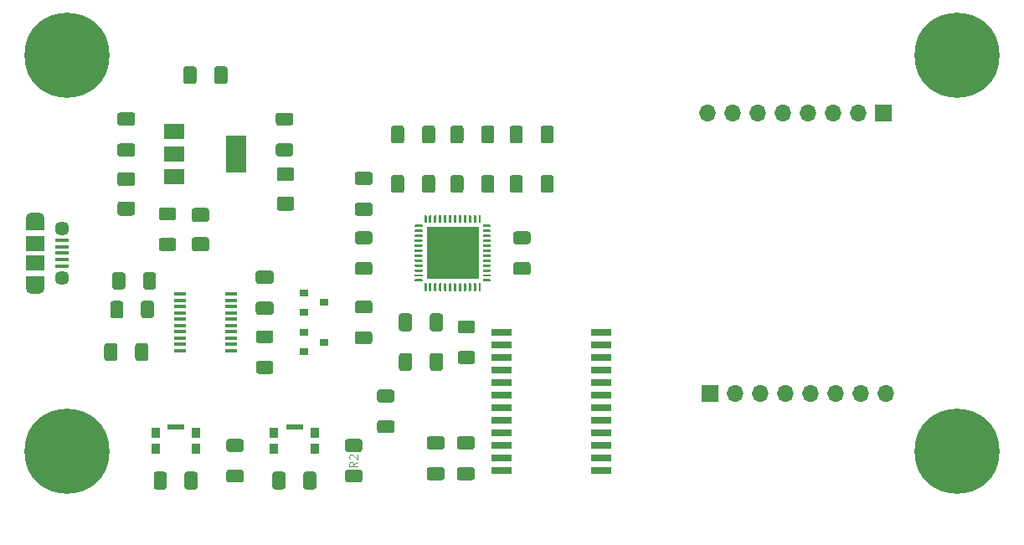
<source format=gbr>
%TF.GenerationSoftware,KiCad,Pcbnew,(5.1.9)-1*%
%TF.CreationDate,2021-03-29T12:12:37-04:00*%
%TF.ProjectId,EEG,4545472e-6b69-4636-9164-5f7063625858,rev?*%
%TF.SameCoordinates,Original*%
%TF.FileFunction,Soldermask,Top*%
%TF.FilePolarity,Negative*%
%FSLAX46Y46*%
G04 Gerber Fmt 4.6, Leading zero omitted, Abs format (unit mm)*
G04 Created by KiCad (PCBNEW (5.1.9)-1) date 2021-03-29 12:12:37*
%MOMM*%
%LPD*%
G01*
G04 APERTURE LIST*
%ADD10C,0.120000*%
%ADD11C,0.900000*%
%ADD12C,8.600000*%
%ADD13R,1.900000X1.500000*%
%ADD14C,1.450000*%
%ADD15R,1.350000X0.400000*%
%ADD16O,1.900000X1.200000*%
%ADD17R,1.900000X1.200000*%
%ADD18R,1.700000X1.700000*%
%ADD19O,1.700000X1.700000*%
%ADD20R,0.900000X0.800000*%
%ADD21R,1.700000X0.550000*%
%ADD22R,0.900000X1.000000*%
%ADD23R,2.000000X3.800000*%
%ADD24R,2.000000X1.500000*%
%ADD25R,1.200000X0.400000*%
%ADD26R,5.300000X5.300000*%
%ADD27R,2.032000X0.660400*%
G04 APERTURE END LIST*
%TO.C,R2*%
D10*
X137361904Y-111133333D02*
X136980952Y-111400000D01*
X137361904Y-111590476D02*
X136561904Y-111590476D01*
X136561904Y-111285714D01*
X136600000Y-111209523D01*
X136638095Y-111171428D01*
X136714285Y-111133333D01*
X136828571Y-111133333D01*
X136904761Y-111171428D01*
X136942857Y-111209523D01*
X136980952Y-111285714D01*
X136980952Y-111590476D01*
X136638095Y-110828571D02*
X136600000Y-110790476D01*
X136561904Y-110714285D01*
X136561904Y-110523809D01*
X136600000Y-110447619D01*
X136638095Y-110409523D01*
X136714285Y-110371428D01*
X136790476Y-110371428D01*
X136904761Y-110409523D01*
X137361904Y-110866666D01*
X137361904Y-110371428D01*
%TD*%
D11*
%TO.C,H1*%
X110280419Y-67719581D03*
X108000000Y-66775000D03*
X105719581Y-67719581D03*
X104775000Y-70000000D03*
X105719581Y-72280419D03*
X108000000Y-73225000D03*
X110280419Y-72280419D03*
X111225000Y-70000000D03*
D12*
X108000000Y-70000000D03*
%TD*%
D13*
%TO.C,J1*%
X104762500Y-91000000D03*
D14*
X107462500Y-87500000D03*
D15*
X107462500Y-89350000D03*
X107462500Y-88700000D03*
X107462500Y-91300000D03*
X107462500Y-90650000D03*
X107462500Y-90000000D03*
D14*
X107462500Y-92500000D03*
D13*
X104762500Y-89000000D03*
D16*
X104762500Y-86500000D03*
X104762500Y-93500000D03*
D17*
X104762500Y-92900000D03*
X104762500Y-87100000D03*
%TD*%
D11*
%TO.C,H4*%
X110280419Y-107719581D03*
X108000000Y-106775000D03*
X105719581Y-107719581D03*
X104775000Y-110000000D03*
X105719581Y-112280419D03*
X108000000Y-113225000D03*
X110280419Y-112280419D03*
X111225000Y-110000000D03*
D12*
X108000000Y-110000000D03*
%TD*%
D11*
%TO.C,H3*%
X200280419Y-67719581D03*
X198000000Y-66775000D03*
X195719581Y-67719581D03*
X194775000Y-70000000D03*
X195719581Y-72280419D03*
X198000000Y-73225000D03*
X200280419Y-72280419D03*
X201225000Y-70000000D03*
D12*
X198000000Y-70000000D03*
%TD*%
D11*
%TO.C,H2*%
X200280419Y-107719581D03*
X198000000Y-106775000D03*
X195719581Y-107719581D03*
X194775000Y-110000000D03*
X195719581Y-112280419D03*
X198000000Y-113225000D03*
X200280419Y-112280419D03*
X201225000Y-110000000D03*
D12*
X198000000Y-110000000D03*
%TD*%
%TO.C,C4*%
G36*
G01*
X116775000Y-113650001D02*
X116775000Y-112349999D01*
G75*
G02*
X117024999Y-112100000I249999J0D01*
G01*
X117850001Y-112100000D01*
G75*
G02*
X118100000Y-112349999I0J-249999D01*
G01*
X118100000Y-113650001D01*
G75*
G02*
X117850001Y-113900000I-249999J0D01*
G01*
X117024999Y-113900000D01*
G75*
G02*
X116775000Y-113650001I0J249999D01*
G01*
G37*
G36*
G01*
X119900000Y-113650001D02*
X119900000Y-112349999D01*
G75*
G02*
X120149999Y-112100000I249999J0D01*
G01*
X120975001Y-112100000D01*
G75*
G02*
X121225000Y-112349999I0J-249999D01*
G01*
X121225000Y-113650001D01*
G75*
G02*
X120975001Y-113900000I-249999J0D01*
G01*
X120149999Y-113900000D01*
G75*
G02*
X119900000Y-113650001I0J249999D01*
G01*
G37*
%TD*%
%TO.C,C7*%
G36*
G01*
X138650001Y-86225000D02*
X137349999Y-86225000D01*
G75*
G02*
X137100000Y-85975001I0J249999D01*
G01*
X137100000Y-85149999D01*
G75*
G02*
X137349999Y-84900000I249999J0D01*
G01*
X138650001Y-84900000D01*
G75*
G02*
X138900000Y-85149999I0J-249999D01*
G01*
X138900000Y-85975001D01*
G75*
G02*
X138650001Y-86225000I-249999J0D01*
G01*
G37*
G36*
G01*
X138650001Y-83100000D02*
X137349999Y-83100000D01*
G75*
G02*
X137100000Y-82850001I0J249999D01*
G01*
X137100000Y-82024999D01*
G75*
G02*
X137349999Y-81775000I249999J0D01*
G01*
X138650001Y-81775000D01*
G75*
G02*
X138900000Y-82024999I0J-249999D01*
G01*
X138900000Y-82850001D01*
G75*
G02*
X138650001Y-83100000I-249999J0D01*
G01*
G37*
%TD*%
%TO.C,C2*%
G36*
G01*
X114650001Y-77100000D02*
X113349999Y-77100000D01*
G75*
G02*
X113100000Y-76850001I0J249999D01*
G01*
X113100000Y-76024999D01*
G75*
G02*
X113349999Y-75775000I249999J0D01*
G01*
X114650001Y-75775000D01*
G75*
G02*
X114900000Y-76024999I0J-249999D01*
G01*
X114900000Y-76850001D01*
G75*
G02*
X114650001Y-77100000I-249999J0D01*
G01*
G37*
G36*
G01*
X114650001Y-80225000D02*
X113349999Y-80225000D01*
G75*
G02*
X113100000Y-79975001I0J249999D01*
G01*
X113100000Y-79149999D01*
G75*
G02*
X113349999Y-78900000I249999J0D01*
G01*
X114650001Y-78900000D01*
G75*
G02*
X114900000Y-79149999I0J-249999D01*
G01*
X114900000Y-79975001D01*
G75*
G02*
X114650001Y-80225000I-249999J0D01*
G01*
G37*
%TD*%
%TO.C,C3*%
G36*
G01*
X121100000Y-71349999D02*
X121100000Y-72650001D01*
G75*
G02*
X120850001Y-72900000I-249999J0D01*
G01*
X120024999Y-72900000D01*
G75*
G02*
X119775000Y-72650001I0J249999D01*
G01*
X119775000Y-71349999D01*
G75*
G02*
X120024999Y-71100000I249999J0D01*
G01*
X120850001Y-71100000D01*
G75*
G02*
X121100000Y-71349999I0J-249999D01*
G01*
G37*
G36*
G01*
X124225000Y-71349999D02*
X124225000Y-72650001D01*
G75*
G02*
X123975001Y-72900000I-249999J0D01*
G01*
X123149999Y-72900000D01*
G75*
G02*
X122900000Y-72650001I0J249999D01*
G01*
X122900000Y-71349999D01*
G75*
G02*
X123149999Y-71100000I249999J0D01*
G01*
X123975001Y-71100000D01*
G75*
G02*
X124225000Y-71349999I0J-249999D01*
G01*
G37*
%TD*%
%TO.C,C1*%
G36*
G01*
X114900000Y-100650001D02*
X114900000Y-99349999D01*
G75*
G02*
X115149999Y-99100000I249999J0D01*
G01*
X115975001Y-99100000D01*
G75*
G02*
X116225000Y-99349999I0J-249999D01*
G01*
X116225000Y-100650001D01*
G75*
G02*
X115975001Y-100900000I-249999J0D01*
G01*
X115149999Y-100900000D01*
G75*
G02*
X114900000Y-100650001I0J249999D01*
G01*
G37*
G36*
G01*
X111775000Y-100650001D02*
X111775000Y-99349999D01*
G75*
G02*
X112024999Y-99100000I249999J0D01*
G01*
X112850001Y-99100000D01*
G75*
G02*
X113100000Y-99349999I0J-249999D01*
G01*
X113100000Y-100650001D01*
G75*
G02*
X112850001Y-100900000I-249999J0D01*
G01*
X112024999Y-100900000D01*
G75*
G02*
X111775000Y-100650001I0J249999D01*
G01*
G37*
%TD*%
%TO.C,C5*%
G36*
G01*
X128775000Y-113650001D02*
X128775000Y-112349999D01*
G75*
G02*
X129024999Y-112100000I249999J0D01*
G01*
X129850001Y-112100000D01*
G75*
G02*
X130100000Y-112349999I0J-249999D01*
G01*
X130100000Y-113650001D01*
G75*
G02*
X129850001Y-113900000I-249999J0D01*
G01*
X129024999Y-113900000D01*
G75*
G02*
X128775000Y-113650001I0J249999D01*
G01*
G37*
G36*
G01*
X131900000Y-113650001D02*
X131900000Y-112349999D01*
G75*
G02*
X132149999Y-112100000I249999J0D01*
G01*
X132975001Y-112100000D01*
G75*
G02*
X133225000Y-112349999I0J-249999D01*
G01*
X133225000Y-113650001D01*
G75*
G02*
X132975001Y-113900000I-249999J0D01*
G01*
X132149999Y-113900000D01*
G75*
G02*
X131900000Y-113650001I0J249999D01*
G01*
G37*
%TD*%
%TO.C,C6*%
G36*
G01*
X128650001Y-93100000D02*
X127349999Y-93100000D01*
G75*
G02*
X127100000Y-92850001I0J249999D01*
G01*
X127100000Y-92024999D01*
G75*
G02*
X127349999Y-91775000I249999J0D01*
G01*
X128650001Y-91775000D01*
G75*
G02*
X128900000Y-92024999I0J-249999D01*
G01*
X128900000Y-92850001D01*
G75*
G02*
X128650001Y-93100000I-249999J0D01*
G01*
G37*
G36*
G01*
X128650001Y-96225000D02*
X127349999Y-96225000D01*
G75*
G02*
X127100000Y-95975001I0J249999D01*
G01*
X127100000Y-95149999D01*
G75*
G02*
X127349999Y-94900000I249999J0D01*
G01*
X128650001Y-94900000D01*
G75*
G02*
X128900000Y-95149999I0J-249999D01*
G01*
X128900000Y-95975001D01*
G75*
G02*
X128650001Y-96225000I-249999J0D01*
G01*
G37*
%TD*%
%TO.C,C9*%
G36*
G01*
X147685999Y-111644000D02*
X148986001Y-111644000D01*
G75*
G02*
X149236000Y-111893999I0J-249999D01*
G01*
X149236000Y-112719001D01*
G75*
G02*
X148986001Y-112969000I-249999J0D01*
G01*
X147685999Y-112969000D01*
G75*
G02*
X147436000Y-112719001I0J249999D01*
G01*
X147436000Y-111893999D01*
G75*
G02*
X147685999Y-111644000I249999J0D01*
G01*
G37*
G36*
G01*
X147685999Y-108519000D02*
X148986001Y-108519000D01*
G75*
G02*
X149236000Y-108768999I0J-249999D01*
G01*
X149236000Y-109594001D01*
G75*
G02*
X148986001Y-109844000I-249999J0D01*
G01*
X147685999Y-109844000D01*
G75*
G02*
X147436000Y-109594001I0J249999D01*
G01*
X147436000Y-108768999D01*
G75*
G02*
X147685999Y-108519000I249999J0D01*
G01*
G37*
%TD*%
%TO.C,C11*%
G36*
G01*
X146025000Y-96349999D02*
X146025000Y-97650001D01*
G75*
G02*
X145775001Y-97900000I-249999J0D01*
G01*
X144949999Y-97900000D01*
G75*
G02*
X144700000Y-97650001I0J249999D01*
G01*
X144700000Y-96349999D01*
G75*
G02*
X144949999Y-96100000I249999J0D01*
G01*
X145775001Y-96100000D01*
G75*
G02*
X146025000Y-96349999I0J-249999D01*
G01*
G37*
G36*
G01*
X142900000Y-96349999D02*
X142900000Y-97650001D01*
G75*
G02*
X142650001Y-97900000I-249999J0D01*
G01*
X141824999Y-97900000D01*
G75*
G02*
X141575000Y-97650001I0J249999D01*
G01*
X141575000Y-96349999D01*
G75*
G02*
X141824999Y-96100000I249999J0D01*
G01*
X142650001Y-96100000D01*
G75*
G02*
X142900000Y-96349999I0J-249999D01*
G01*
G37*
%TD*%
%TO.C,C14*%
G36*
G01*
X152775000Y-78650001D02*
X152775000Y-77349999D01*
G75*
G02*
X153024999Y-77100000I249999J0D01*
G01*
X153850001Y-77100000D01*
G75*
G02*
X154100000Y-77349999I0J-249999D01*
G01*
X154100000Y-78650001D01*
G75*
G02*
X153850001Y-78900000I-249999J0D01*
G01*
X153024999Y-78900000D01*
G75*
G02*
X152775000Y-78650001I0J249999D01*
G01*
G37*
G36*
G01*
X155900000Y-78650001D02*
X155900000Y-77349999D01*
G75*
G02*
X156149999Y-77100000I249999J0D01*
G01*
X156975001Y-77100000D01*
G75*
G02*
X157225000Y-77349999I0J-249999D01*
G01*
X157225000Y-78650001D01*
G75*
G02*
X156975001Y-78900000I-249999J0D01*
G01*
X156149999Y-78900000D01*
G75*
G02*
X155900000Y-78650001I0J249999D01*
G01*
G37*
%TD*%
%TO.C,C15*%
G36*
G01*
X149900000Y-78650001D02*
X149900000Y-77349999D01*
G75*
G02*
X150149999Y-77100000I249999J0D01*
G01*
X150975001Y-77100000D01*
G75*
G02*
X151225000Y-77349999I0J-249999D01*
G01*
X151225000Y-78650001D01*
G75*
G02*
X150975001Y-78900000I-249999J0D01*
G01*
X150149999Y-78900000D01*
G75*
G02*
X149900000Y-78650001I0J249999D01*
G01*
G37*
G36*
G01*
X146775000Y-78650001D02*
X146775000Y-77349999D01*
G75*
G02*
X147024999Y-77100000I249999J0D01*
G01*
X147850001Y-77100000D01*
G75*
G02*
X148100000Y-77349999I0J-249999D01*
G01*
X148100000Y-78650001D01*
G75*
G02*
X147850001Y-78900000I-249999J0D01*
G01*
X147024999Y-78900000D01*
G75*
G02*
X146775000Y-78650001I0J249999D01*
G01*
G37*
%TD*%
%TO.C,C16*%
G36*
G01*
X140775000Y-78650001D02*
X140775000Y-77349999D01*
G75*
G02*
X141024999Y-77100000I249999J0D01*
G01*
X141850001Y-77100000D01*
G75*
G02*
X142100000Y-77349999I0J-249999D01*
G01*
X142100000Y-78650001D01*
G75*
G02*
X141850001Y-78900000I-249999J0D01*
G01*
X141024999Y-78900000D01*
G75*
G02*
X140775000Y-78650001I0J249999D01*
G01*
G37*
G36*
G01*
X143900000Y-78650001D02*
X143900000Y-77349999D01*
G75*
G02*
X144149999Y-77100000I249999J0D01*
G01*
X144975001Y-77100000D01*
G75*
G02*
X145225000Y-77349999I0J-249999D01*
G01*
X145225000Y-78650001D01*
G75*
G02*
X144975001Y-78900000I-249999J0D01*
G01*
X144149999Y-78900000D01*
G75*
G02*
X143900000Y-78650001I0J249999D01*
G01*
G37*
%TD*%
%TO.C,C13*%
G36*
G01*
X146775000Y-83650001D02*
X146775000Y-82349999D01*
G75*
G02*
X147024999Y-82100000I249999J0D01*
G01*
X147850001Y-82100000D01*
G75*
G02*
X148100000Y-82349999I0J-249999D01*
G01*
X148100000Y-83650001D01*
G75*
G02*
X147850001Y-83900000I-249999J0D01*
G01*
X147024999Y-83900000D01*
G75*
G02*
X146775000Y-83650001I0J249999D01*
G01*
G37*
G36*
G01*
X149900000Y-83650001D02*
X149900000Y-82349999D01*
G75*
G02*
X150149999Y-82100000I249999J0D01*
G01*
X150975001Y-82100000D01*
G75*
G02*
X151225000Y-82349999I0J-249999D01*
G01*
X151225000Y-83650001D01*
G75*
G02*
X150975001Y-83900000I-249999J0D01*
G01*
X150149999Y-83900000D01*
G75*
G02*
X149900000Y-83650001I0J249999D01*
G01*
G37*
%TD*%
%TO.C,C17*%
G36*
G01*
X142900000Y-100349999D02*
X142900000Y-101650001D01*
G75*
G02*
X142650001Y-101900000I-249999J0D01*
G01*
X141824999Y-101900000D01*
G75*
G02*
X141575000Y-101650001I0J249999D01*
G01*
X141575000Y-100349999D01*
G75*
G02*
X141824999Y-100100000I249999J0D01*
G01*
X142650001Y-100100000D01*
G75*
G02*
X142900000Y-100349999I0J-249999D01*
G01*
G37*
G36*
G01*
X146025000Y-100349999D02*
X146025000Y-101650001D01*
G75*
G02*
X145775001Y-101900000I-249999J0D01*
G01*
X144949999Y-101900000D01*
G75*
G02*
X144700000Y-101650001I0J249999D01*
G01*
X144700000Y-100349999D01*
G75*
G02*
X144949999Y-100100000I249999J0D01*
G01*
X145775001Y-100100000D01*
G75*
G02*
X146025000Y-100349999I0J-249999D01*
G01*
G37*
%TD*%
%TO.C,C12*%
G36*
G01*
X155900000Y-83650001D02*
X155900000Y-82349999D01*
G75*
G02*
X156149999Y-82100000I249999J0D01*
G01*
X156975001Y-82100000D01*
G75*
G02*
X157225000Y-82349999I0J-249999D01*
G01*
X157225000Y-83650001D01*
G75*
G02*
X156975001Y-83900000I-249999J0D01*
G01*
X156149999Y-83900000D01*
G75*
G02*
X155900000Y-83650001I0J249999D01*
G01*
G37*
G36*
G01*
X152775000Y-83650001D02*
X152775000Y-82349999D01*
G75*
G02*
X153024999Y-82100000I249999J0D01*
G01*
X153850001Y-82100000D01*
G75*
G02*
X154100000Y-82349999I0J-249999D01*
G01*
X154100000Y-83650001D01*
G75*
G02*
X153850001Y-83900000I-249999J0D01*
G01*
X153024999Y-83900000D01*
G75*
G02*
X152775000Y-83650001I0J249999D01*
G01*
G37*
%TD*%
%TO.C,D1*%
G36*
G01*
X113375000Y-81800000D02*
X114625000Y-81800000D01*
G75*
G02*
X114875000Y-82050000I0J-250000D01*
G01*
X114875000Y-82975000D01*
G75*
G02*
X114625000Y-83225000I-250000J0D01*
G01*
X113375000Y-83225000D01*
G75*
G02*
X113125000Y-82975000I0J250000D01*
G01*
X113125000Y-82050000D01*
G75*
G02*
X113375000Y-81800000I250000J0D01*
G01*
G37*
G36*
G01*
X113375000Y-84775000D02*
X114625000Y-84775000D01*
G75*
G02*
X114875000Y-85025000I0J-250000D01*
G01*
X114875000Y-85950000D01*
G75*
G02*
X114625000Y-86200000I-250000J0D01*
G01*
X113375000Y-86200000D01*
G75*
G02*
X113125000Y-85950000I0J250000D01*
G01*
X113125000Y-85025000D01*
G75*
G02*
X113375000Y-84775000I250000J0D01*
G01*
G37*
%TD*%
%TO.C,Power*%
G36*
G01*
X129475000Y-81300000D02*
X130725000Y-81300000D01*
G75*
G02*
X130975000Y-81550000I0J-250000D01*
G01*
X130975000Y-82475000D01*
G75*
G02*
X130725000Y-82725000I-250000J0D01*
G01*
X129475000Y-82725000D01*
G75*
G02*
X129225000Y-82475000I0J250000D01*
G01*
X129225000Y-81550000D01*
G75*
G02*
X129475000Y-81300000I250000J0D01*
G01*
G37*
G36*
G01*
X129475000Y-84275000D02*
X130725000Y-84275000D01*
G75*
G02*
X130975000Y-84525000I0J-250000D01*
G01*
X130975000Y-85450000D01*
G75*
G02*
X130725000Y-85700000I-250000J0D01*
G01*
X129475000Y-85700000D01*
G75*
G02*
X129225000Y-85450000I0J250000D01*
G01*
X129225000Y-84525000D01*
G75*
G02*
X129475000Y-84275000I250000J0D01*
G01*
G37*
%TD*%
%TO.C,C10*%
G36*
G01*
X140775000Y-83650001D02*
X140775000Y-82349999D01*
G75*
G02*
X141024999Y-82100000I249999J0D01*
G01*
X141850001Y-82100000D01*
G75*
G02*
X142100000Y-82349999I0J-249999D01*
G01*
X142100000Y-83650001D01*
G75*
G02*
X141850001Y-83900000I-249999J0D01*
G01*
X141024999Y-83900000D01*
G75*
G02*
X140775000Y-83650001I0J249999D01*
G01*
G37*
G36*
G01*
X143900000Y-83650001D02*
X143900000Y-82349999D01*
G75*
G02*
X144149999Y-82100000I249999J0D01*
G01*
X144975001Y-82100000D01*
G75*
G02*
X145225000Y-82349999I0J-249999D01*
G01*
X145225000Y-83650001D01*
G75*
G02*
X144975001Y-83900000I-249999J0D01*
G01*
X144149999Y-83900000D01*
G75*
G02*
X143900000Y-83650001I0J249999D01*
G01*
G37*
%TD*%
%TO.C,C8*%
G36*
G01*
X144637999Y-108519000D02*
X145938001Y-108519000D01*
G75*
G02*
X146188000Y-108768999I0J-249999D01*
G01*
X146188000Y-109594001D01*
G75*
G02*
X145938001Y-109844000I-249999J0D01*
G01*
X144637999Y-109844000D01*
G75*
G02*
X144388000Y-109594001I0J249999D01*
G01*
X144388000Y-108768999D01*
G75*
G02*
X144637999Y-108519000I249999J0D01*
G01*
G37*
G36*
G01*
X144637999Y-111644000D02*
X145938001Y-111644000D01*
G75*
G02*
X146188000Y-111893999I0J-249999D01*
G01*
X146188000Y-112719001D01*
G75*
G02*
X145938001Y-112969000I-249999J0D01*
G01*
X144637999Y-112969000D01*
G75*
G02*
X144388000Y-112719001I0J249999D01*
G01*
X144388000Y-111893999D01*
G75*
G02*
X144637999Y-111644000I249999J0D01*
G01*
G37*
%TD*%
D18*
%TO.C,J2*%
X173000000Y-104200000D03*
D19*
X175540000Y-104200000D03*
X178080000Y-104200000D03*
X180620000Y-104200000D03*
X183160000Y-104200000D03*
X185700000Y-104200000D03*
X188240000Y-104200000D03*
X190780000Y-104200000D03*
%TD*%
%TO.C,R2*%
G36*
G01*
X136375000Y-108800000D02*
X137625000Y-108800000D01*
G75*
G02*
X137875000Y-109050000I0J-250000D01*
G01*
X137875000Y-109850000D01*
G75*
G02*
X137625000Y-110100000I-250000J0D01*
G01*
X136375000Y-110100000D01*
G75*
G02*
X136125000Y-109850000I0J250000D01*
G01*
X136125000Y-109050000D01*
G75*
G02*
X136375000Y-108800000I250000J0D01*
G01*
G37*
G36*
G01*
X136375000Y-111900000D02*
X137625000Y-111900000D01*
G75*
G02*
X137875000Y-112150000I0J-250000D01*
G01*
X137875000Y-112950000D01*
G75*
G02*
X137625000Y-113200000I-250000J0D01*
G01*
X136375000Y-113200000D01*
G75*
G02*
X136125000Y-112950000I0J250000D01*
G01*
X136125000Y-112150000D01*
G75*
G02*
X136375000Y-111900000I250000J0D01*
G01*
G37*
%TD*%
%TO.C,R5*%
G36*
G01*
X113900000Y-92175000D02*
X113900000Y-93425000D01*
G75*
G02*
X113650000Y-93675000I-250000J0D01*
G01*
X112850000Y-93675000D01*
G75*
G02*
X112600000Y-93425000I0J250000D01*
G01*
X112600000Y-92175000D01*
G75*
G02*
X112850000Y-91925000I250000J0D01*
G01*
X113650000Y-91925000D01*
G75*
G02*
X113900000Y-92175000I0J-250000D01*
G01*
G37*
G36*
G01*
X117000000Y-92175000D02*
X117000000Y-93425000D01*
G75*
G02*
X116750000Y-93675000I-250000J0D01*
G01*
X115950000Y-93675000D01*
G75*
G02*
X115700000Y-93425000I0J250000D01*
G01*
X115700000Y-92175000D01*
G75*
G02*
X115950000Y-91925000I250000J0D01*
G01*
X116750000Y-91925000D01*
G75*
G02*
X117000000Y-92175000I0J-250000D01*
G01*
G37*
%TD*%
D20*
%TO.C,Q2*%
X134000000Y-95000000D03*
X132000000Y-95950000D03*
X132000000Y-94050000D03*
%TD*%
D21*
%TO.C,SW2*%
X131000000Y-107575000D03*
D22*
X128950000Y-108200000D03*
X128950000Y-109800000D03*
X133050000Y-108200000D03*
X133050000Y-109800000D03*
%TD*%
%TO.C,R7*%
G36*
G01*
X127375000Y-97800000D02*
X128625000Y-97800000D01*
G75*
G02*
X128875000Y-98050000I0J-250000D01*
G01*
X128875000Y-98850000D01*
G75*
G02*
X128625000Y-99100000I-250000J0D01*
G01*
X127375000Y-99100000D01*
G75*
G02*
X127125000Y-98850000I0J250000D01*
G01*
X127125000Y-98050000D01*
G75*
G02*
X127375000Y-97800000I250000J0D01*
G01*
G37*
G36*
G01*
X127375000Y-100900000D02*
X128625000Y-100900000D01*
G75*
G02*
X128875000Y-101150000I0J-250000D01*
G01*
X128875000Y-101950000D01*
G75*
G02*
X128625000Y-102200000I-250000J0D01*
G01*
X127375000Y-102200000D01*
G75*
G02*
X127125000Y-101950000I0J250000D01*
G01*
X127125000Y-101150000D01*
G75*
G02*
X127375000Y-100900000I250000J0D01*
G01*
G37*
%TD*%
%TO.C,R8*%
G36*
G01*
X137375000Y-87800000D02*
X138625000Y-87800000D01*
G75*
G02*
X138875000Y-88050000I0J-250000D01*
G01*
X138875000Y-88850000D01*
G75*
G02*
X138625000Y-89100000I-250000J0D01*
G01*
X137375000Y-89100000D01*
G75*
G02*
X137125000Y-88850000I0J250000D01*
G01*
X137125000Y-88050000D01*
G75*
G02*
X137375000Y-87800000I250000J0D01*
G01*
G37*
G36*
G01*
X137375000Y-90900000D02*
X138625000Y-90900000D01*
G75*
G02*
X138875000Y-91150000I0J-250000D01*
G01*
X138875000Y-91950000D01*
G75*
G02*
X138625000Y-92200000I-250000J0D01*
G01*
X137375000Y-92200000D01*
G75*
G02*
X137125000Y-91950000I0J250000D01*
G01*
X137125000Y-91150000D01*
G75*
G02*
X137375000Y-90900000I250000J0D01*
G01*
G37*
%TD*%
%TO.C,R9*%
G36*
G01*
X147775000Y-99900000D02*
X149025000Y-99900000D01*
G75*
G02*
X149275000Y-100150000I0J-250000D01*
G01*
X149275000Y-100950000D01*
G75*
G02*
X149025000Y-101200000I-250000J0D01*
G01*
X147775000Y-101200000D01*
G75*
G02*
X147525000Y-100950000I0J250000D01*
G01*
X147525000Y-100150000D01*
G75*
G02*
X147775000Y-99900000I250000J0D01*
G01*
G37*
G36*
G01*
X147775000Y-96800000D02*
X149025000Y-96800000D01*
G75*
G02*
X149275000Y-97050000I0J-250000D01*
G01*
X149275000Y-97850000D01*
G75*
G02*
X149025000Y-98100000I-250000J0D01*
G01*
X147775000Y-98100000D01*
G75*
G02*
X147525000Y-97850000I0J250000D01*
G01*
X147525000Y-97050000D01*
G75*
G02*
X147775000Y-96800000I250000J0D01*
G01*
G37*
%TD*%
%TO.C,R11*%
G36*
G01*
X153375000Y-87800000D02*
X154625000Y-87800000D01*
G75*
G02*
X154875000Y-88050000I0J-250000D01*
G01*
X154875000Y-88850000D01*
G75*
G02*
X154625000Y-89100000I-250000J0D01*
G01*
X153375000Y-89100000D01*
G75*
G02*
X153125000Y-88850000I0J250000D01*
G01*
X153125000Y-88050000D01*
G75*
G02*
X153375000Y-87800000I250000J0D01*
G01*
G37*
G36*
G01*
X153375000Y-90900000D02*
X154625000Y-90900000D01*
G75*
G02*
X154875000Y-91150000I0J-250000D01*
G01*
X154875000Y-91950000D01*
G75*
G02*
X154625000Y-92200000I-250000J0D01*
G01*
X153375000Y-92200000D01*
G75*
G02*
X153125000Y-91950000I0J250000D01*
G01*
X153125000Y-91150000D01*
G75*
G02*
X153375000Y-90900000I250000J0D01*
G01*
G37*
%TD*%
D19*
%TO.C,J3*%
X172820000Y-75800000D03*
X175360000Y-75800000D03*
X177900000Y-75800000D03*
X180440000Y-75800000D03*
X182980000Y-75800000D03*
X185520000Y-75800000D03*
X188060000Y-75800000D03*
D18*
X190600000Y-75800000D03*
%TD*%
%TO.C,R6*%
G36*
G01*
X116800000Y-95075000D02*
X116800000Y-96325000D01*
G75*
G02*
X116550000Y-96575000I-250000J0D01*
G01*
X115750000Y-96575000D01*
G75*
G02*
X115500000Y-96325000I0J250000D01*
G01*
X115500000Y-95075000D01*
G75*
G02*
X115750000Y-94825000I250000J0D01*
G01*
X116550000Y-94825000D01*
G75*
G02*
X116800000Y-95075000I0J-250000D01*
G01*
G37*
G36*
G01*
X113700000Y-95075000D02*
X113700000Y-96325000D01*
G75*
G02*
X113450000Y-96575000I-250000J0D01*
G01*
X112650000Y-96575000D01*
G75*
G02*
X112400000Y-96325000I0J250000D01*
G01*
X112400000Y-95075000D01*
G75*
G02*
X112650000Y-94825000I250000J0D01*
G01*
X113450000Y-94825000D01*
G75*
G02*
X113700000Y-95075000I0J-250000D01*
G01*
G37*
%TD*%
%TO.C,R10*%
G36*
G01*
X139625000Y-103800000D02*
X140875000Y-103800000D01*
G75*
G02*
X141125000Y-104050000I0J-250000D01*
G01*
X141125000Y-104850000D01*
G75*
G02*
X140875000Y-105100000I-250000J0D01*
G01*
X139625000Y-105100000D01*
G75*
G02*
X139375000Y-104850000I0J250000D01*
G01*
X139375000Y-104050000D01*
G75*
G02*
X139625000Y-103800000I250000J0D01*
G01*
G37*
G36*
G01*
X139625000Y-106900000D02*
X140875000Y-106900000D01*
G75*
G02*
X141125000Y-107150000I0J-250000D01*
G01*
X141125000Y-107950000D01*
G75*
G02*
X140875000Y-108200000I-250000J0D01*
G01*
X139625000Y-108200000D01*
G75*
G02*
X139375000Y-107950000I0J250000D01*
G01*
X139375000Y-107150000D01*
G75*
G02*
X139625000Y-106900000I250000J0D01*
G01*
G37*
%TD*%
%TO.C,R1*%
G36*
G01*
X124375000Y-111900000D02*
X125625000Y-111900000D01*
G75*
G02*
X125875000Y-112150000I0J-250000D01*
G01*
X125875000Y-112950000D01*
G75*
G02*
X125625000Y-113200000I-250000J0D01*
G01*
X124375000Y-113200000D01*
G75*
G02*
X124125000Y-112950000I0J250000D01*
G01*
X124125000Y-112150000D01*
G75*
G02*
X124375000Y-111900000I250000J0D01*
G01*
G37*
G36*
G01*
X124375000Y-108800000D02*
X125625000Y-108800000D01*
G75*
G02*
X125875000Y-109050000I0J-250000D01*
G01*
X125875000Y-109850000D01*
G75*
G02*
X125625000Y-110100000I-250000J0D01*
G01*
X124375000Y-110100000D01*
G75*
G02*
X124125000Y-109850000I0J250000D01*
G01*
X124125000Y-109050000D01*
G75*
G02*
X124375000Y-108800000I250000J0D01*
G01*
G37*
%TD*%
%TO.C,R3*%
G36*
G01*
X138625000Y-96100000D02*
X137375000Y-96100000D01*
G75*
G02*
X137125000Y-95850000I0J250000D01*
G01*
X137125000Y-95050000D01*
G75*
G02*
X137375000Y-94800000I250000J0D01*
G01*
X138625000Y-94800000D01*
G75*
G02*
X138875000Y-95050000I0J-250000D01*
G01*
X138875000Y-95850000D01*
G75*
G02*
X138625000Y-96100000I-250000J0D01*
G01*
G37*
G36*
G01*
X138625000Y-99200000D02*
X137375000Y-99200000D01*
G75*
G02*
X137125000Y-98950000I0J250000D01*
G01*
X137125000Y-98150000D01*
G75*
G02*
X137375000Y-97900000I250000J0D01*
G01*
X138625000Y-97900000D01*
G75*
G02*
X138875000Y-98150000I0J-250000D01*
G01*
X138875000Y-98950000D01*
G75*
G02*
X138625000Y-99200000I-250000J0D01*
G01*
G37*
%TD*%
%TO.C,R4*%
G36*
G01*
X130625000Y-77100000D02*
X129375000Y-77100000D01*
G75*
G02*
X129125000Y-76850000I0J250000D01*
G01*
X129125000Y-76050000D01*
G75*
G02*
X129375000Y-75800000I250000J0D01*
G01*
X130625000Y-75800000D01*
G75*
G02*
X130875000Y-76050000I0J-250000D01*
G01*
X130875000Y-76850000D01*
G75*
G02*
X130625000Y-77100000I-250000J0D01*
G01*
G37*
G36*
G01*
X130625000Y-80200000D02*
X129375000Y-80200000D01*
G75*
G02*
X129125000Y-79950000I0J250000D01*
G01*
X129125000Y-79150000D01*
G75*
G02*
X129375000Y-78900000I250000J0D01*
G01*
X130625000Y-78900000D01*
G75*
G02*
X130875000Y-79150000I0J-250000D01*
G01*
X130875000Y-79950000D01*
G75*
G02*
X130625000Y-80200000I-250000J0D01*
G01*
G37*
%TD*%
D22*
%TO.C,SW1*%
X121050000Y-109800000D03*
X121050000Y-108200000D03*
X116950000Y-109800000D03*
X116950000Y-108200000D03*
D21*
X119000000Y-107575000D03*
%TD*%
D23*
%TO.C,U1*%
X125150000Y-80000000D03*
D24*
X118850000Y-80000000D03*
X118850000Y-82300000D03*
X118850000Y-77700000D03*
%TD*%
D25*
%TO.C,U2*%
X124600000Y-99857500D03*
X124600000Y-99222500D03*
X124600000Y-98587500D03*
X124600000Y-97952500D03*
X124600000Y-97317500D03*
X124600000Y-96682500D03*
X124600000Y-96047500D03*
X124600000Y-95412500D03*
X124600000Y-94777500D03*
X124600000Y-94142500D03*
X119400000Y-94142500D03*
X119400000Y-94777500D03*
X119400000Y-95412500D03*
X119400000Y-96047500D03*
X119400000Y-96682500D03*
X119400000Y-97317500D03*
X119400000Y-97952500D03*
X119400000Y-98587500D03*
X119400000Y-99222500D03*
X119400000Y-99857500D03*
%TD*%
D20*
%TO.C,Q1*%
X132000000Y-98050000D03*
X132000000Y-99950000D03*
X134000000Y-99000000D03*
%TD*%
%TO.C,U3*%
G36*
G01*
X143150000Y-87312500D02*
X143150000Y-87187500D01*
G75*
G02*
X143212500Y-87125000I62500J0D01*
G01*
X143887500Y-87125000D01*
G75*
G02*
X143950000Y-87187500I0J-62500D01*
G01*
X143950000Y-87312500D01*
G75*
G02*
X143887500Y-87375000I-62500J0D01*
G01*
X143212500Y-87375000D01*
G75*
G02*
X143150000Y-87312500I0J62500D01*
G01*
G37*
G36*
G01*
X143150000Y-87812500D02*
X143150000Y-87687500D01*
G75*
G02*
X143212500Y-87625000I62500J0D01*
G01*
X143887500Y-87625000D01*
G75*
G02*
X143950000Y-87687500I0J-62500D01*
G01*
X143950000Y-87812500D01*
G75*
G02*
X143887500Y-87875000I-62500J0D01*
G01*
X143212500Y-87875000D01*
G75*
G02*
X143150000Y-87812500I0J62500D01*
G01*
G37*
G36*
G01*
X143150000Y-88312500D02*
X143150000Y-88187500D01*
G75*
G02*
X143212500Y-88125000I62500J0D01*
G01*
X143887500Y-88125000D01*
G75*
G02*
X143950000Y-88187500I0J-62500D01*
G01*
X143950000Y-88312500D01*
G75*
G02*
X143887500Y-88375000I-62500J0D01*
G01*
X143212500Y-88375000D01*
G75*
G02*
X143150000Y-88312500I0J62500D01*
G01*
G37*
G36*
G01*
X143150000Y-88812500D02*
X143150000Y-88687500D01*
G75*
G02*
X143212500Y-88625000I62500J0D01*
G01*
X143887500Y-88625000D01*
G75*
G02*
X143950000Y-88687500I0J-62500D01*
G01*
X143950000Y-88812500D01*
G75*
G02*
X143887500Y-88875000I-62500J0D01*
G01*
X143212500Y-88875000D01*
G75*
G02*
X143150000Y-88812500I0J62500D01*
G01*
G37*
G36*
G01*
X143150000Y-89312500D02*
X143150000Y-89187500D01*
G75*
G02*
X143212500Y-89125000I62500J0D01*
G01*
X143887500Y-89125000D01*
G75*
G02*
X143950000Y-89187500I0J-62500D01*
G01*
X143950000Y-89312500D01*
G75*
G02*
X143887500Y-89375000I-62500J0D01*
G01*
X143212500Y-89375000D01*
G75*
G02*
X143150000Y-89312500I0J62500D01*
G01*
G37*
G36*
G01*
X143150000Y-89812500D02*
X143150000Y-89687500D01*
G75*
G02*
X143212500Y-89625000I62500J0D01*
G01*
X143887500Y-89625000D01*
G75*
G02*
X143950000Y-89687500I0J-62500D01*
G01*
X143950000Y-89812500D01*
G75*
G02*
X143887500Y-89875000I-62500J0D01*
G01*
X143212500Y-89875000D01*
G75*
G02*
X143150000Y-89812500I0J62500D01*
G01*
G37*
G36*
G01*
X143150000Y-90312500D02*
X143150000Y-90187500D01*
G75*
G02*
X143212500Y-90125000I62500J0D01*
G01*
X143887500Y-90125000D01*
G75*
G02*
X143950000Y-90187500I0J-62500D01*
G01*
X143950000Y-90312500D01*
G75*
G02*
X143887500Y-90375000I-62500J0D01*
G01*
X143212500Y-90375000D01*
G75*
G02*
X143150000Y-90312500I0J62500D01*
G01*
G37*
G36*
G01*
X143150000Y-90812500D02*
X143150000Y-90687500D01*
G75*
G02*
X143212500Y-90625000I62500J0D01*
G01*
X143887500Y-90625000D01*
G75*
G02*
X143950000Y-90687500I0J-62500D01*
G01*
X143950000Y-90812500D01*
G75*
G02*
X143887500Y-90875000I-62500J0D01*
G01*
X143212500Y-90875000D01*
G75*
G02*
X143150000Y-90812500I0J62500D01*
G01*
G37*
G36*
G01*
X143150000Y-91312500D02*
X143150000Y-91187500D01*
G75*
G02*
X143212500Y-91125000I62500J0D01*
G01*
X143887500Y-91125000D01*
G75*
G02*
X143950000Y-91187500I0J-62500D01*
G01*
X143950000Y-91312500D01*
G75*
G02*
X143887500Y-91375000I-62500J0D01*
G01*
X143212500Y-91375000D01*
G75*
G02*
X143150000Y-91312500I0J62500D01*
G01*
G37*
G36*
G01*
X143150000Y-91812500D02*
X143150000Y-91687500D01*
G75*
G02*
X143212500Y-91625000I62500J0D01*
G01*
X143887500Y-91625000D01*
G75*
G02*
X143950000Y-91687500I0J-62500D01*
G01*
X143950000Y-91812500D01*
G75*
G02*
X143887500Y-91875000I-62500J0D01*
G01*
X143212500Y-91875000D01*
G75*
G02*
X143150000Y-91812500I0J62500D01*
G01*
G37*
G36*
G01*
X143150000Y-92312500D02*
X143150000Y-92187500D01*
G75*
G02*
X143212500Y-92125000I62500J0D01*
G01*
X143887500Y-92125000D01*
G75*
G02*
X143950000Y-92187500I0J-62500D01*
G01*
X143950000Y-92312500D01*
G75*
G02*
X143887500Y-92375000I-62500J0D01*
G01*
X143212500Y-92375000D01*
G75*
G02*
X143150000Y-92312500I0J62500D01*
G01*
G37*
G36*
G01*
X143150000Y-92812500D02*
X143150000Y-92687500D01*
G75*
G02*
X143212500Y-92625000I62500J0D01*
G01*
X143887500Y-92625000D01*
G75*
G02*
X143950000Y-92687500I0J-62500D01*
G01*
X143950000Y-92812500D01*
G75*
G02*
X143887500Y-92875000I-62500J0D01*
G01*
X143212500Y-92875000D01*
G75*
G02*
X143150000Y-92812500I0J62500D01*
G01*
G37*
G36*
G01*
X144125000Y-93787500D02*
X144125000Y-93112500D01*
G75*
G02*
X144187500Y-93050000I62500J0D01*
G01*
X144312500Y-93050000D01*
G75*
G02*
X144375000Y-93112500I0J-62500D01*
G01*
X144375000Y-93787500D01*
G75*
G02*
X144312500Y-93850000I-62500J0D01*
G01*
X144187500Y-93850000D01*
G75*
G02*
X144125000Y-93787500I0J62500D01*
G01*
G37*
G36*
G01*
X144625000Y-93787500D02*
X144625000Y-93112500D01*
G75*
G02*
X144687500Y-93050000I62500J0D01*
G01*
X144812500Y-93050000D01*
G75*
G02*
X144875000Y-93112500I0J-62500D01*
G01*
X144875000Y-93787500D01*
G75*
G02*
X144812500Y-93850000I-62500J0D01*
G01*
X144687500Y-93850000D01*
G75*
G02*
X144625000Y-93787500I0J62500D01*
G01*
G37*
G36*
G01*
X145125000Y-93787500D02*
X145125000Y-93112500D01*
G75*
G02*
X145187500Y-93050000I62500J0D01*
G01*
X145312500Y-93050000D01*
G75*
G02*
X145375000Y-93112500I0J-62500D01*
G01*
X145375000Y-93787500D01*
G75*
G02*
X145312500Y-93850000I-62500J0D01*
G01*
X145187500Y-93850000D01*
G75*
G02*
X145125000Y-93787500I0J62500D01*
G01*
G37*
G36*
G01*
X145625000Y-93787500D02*
X145625000Y-93112500D01*
G75*
G02*
X145687500Y-93050000I62500J0D01*
G01*
X145812500Y-93050000D01*
G75*
G02*
X145875000Y-93112500I0J-62500D01*
G01*
X145875000Y-93787500D01*
G75*
G02*
X145812500Y-93850000I-62500J0D01*
G01*
X145687500Y-93850000D01*
G75*
G02*
X145625000Y-93787500I0J62500D01*
G01*
G37*
G36*
G01*
X146125000Y-93787500D02*
X146125000Y-93112500D01*
G75*
G02*
X146187500Y-93050000I62500J0D01*
G01*
X146312500Y-93050000D01*
G75*
G02*
X146375000Y-93112500I0J-62500D01*
G01*
X146375000Y-93787500D01*
G75*
G02*
X146312500Y-93850000I-62500J0D01*
G01*
X146187500Y-93850000D01*
G75*
G02*
X146125000Y-93787500I0J62500D01*
G01*
G37*
G36*
G01*
X146625000Y-93787500D02*
X146625000Y-93112500D01*
G75*
G02*
X146687500Y-93050000I62500J0D01*
G01*
X146812500Y-93050000D01*
G75*
G02*
X146875000Y-93112500I0J-62500D01*
G01*
X146875000Y-93787500D01*
G75*
G02*
X146812500Y-93850000I-62500J0D01*
G01*
X146687500Y-93850000D01*
G75*
G02*
X146625000Y-93787500I0J62500D01*
G01*
G37*
G36*
G01*
X147125000Y-93787500D02*
X147125000Y-93112500D01*
G75*
G02*
X147187500Y-93050000I62500J0D01*
G01*
X147312500Y-93050000D01*
G75*
G02*
X147375000Y-93112500I0J-62500D01*
G01*
X147375000Y-93787500D01*
G75*
G02*
X147312500Y-93850000I-62500J0D01*
G01*
X147187500Y-93850000D01*
G75*
G02*
X147125000Y-93787500I0J62500D01*
G01*
G37*
G36*
G01*
X147625000Y-93787500D02*
X147625000Y-93112500D01*
G75*
G02*
X147687500Y-93050000I62500J0D01*
G01*
X147812500Y-93050000D01*
G75*
G02*
X147875000Y-93112500I0J-62500D01*
G01*
X147875000Y-93787500D01*
G75*
G02*
X147812500Y-93850000I-62500J0D01*
G01*
X147687500Y-93850000D01*
G75*
G02*
X147625000Y-93787500I0J62500D01*
G01*
G37*
G36*
G01*
X148125000Y-93787500D02*
X148125000Y-93112500D01*
G75*
G02*
X148187500Y-93050000I62500J0D01*
G01*
X148312500Y-93050000D01*
G75*
G02*
X148375000Y-93112500I0J-62500D01*
G01*
X148375000Y-93787500D01*
G75*
G02*
X148312500Y-93850000I-62500J0D01*
G01*
X148187500Y-93850000D01*
G75*
G02*
X148125000Y-93787500I0J62500D01*
G01*
G37*
G36*
G01*
X148625000Y-93787500D02*
X148625000Y-93112500D01*
G75*
G02*
X148687500Y-93050000I62500J0D01*
G01*
X148812500Y-93050000D01*
G75*
G02*
X148875000Y-93112500I0J-62500D01*
G01*
X148875000Y-93787500D01*
G75*
G02*
X148812500Y-93850000I-62500J0D01*
G01*
X148687500Y-93850000D01*
G75*
G02*
X148625000Y-93787500I0J62500D01*
G01*
G37*
G36*
G01*
X149125000Y-93787500D02*
X149125000Y-93112500D01*
G75*
G02*
X149187500Y-93050000I62500J0D01*
G01*
X149312500Y-93050000D01*
G75*
G02*
X149375000Y-93112500I0J-62500D01*
G01*
X149375000Y-93787500D01*
G75*
G02*
X149312500Y-93850000I-62500J0D01*
G01*
X149187500Y-93850000D01*
G75*
G02*
X149125000Y-93787500I0J62500D01*
G01*
G37*
G36*
G01*
X149625000Y-93787500D02*
X149625000Y-93112500D01*
G75*
G02*
X149687500Y-93050000I62500J0D01*
G01*
X149812500Y-93050000D01*
G75*
G02*
X149875000Y-93112500I0J-62500D01*
G01*
X149875000Y-93787500D01*
G75*
G02*
X149812500Y-93850000I-62500J0D01*
G01*
X149687500Y-93850000D01*
G75*
G02*
X149625000Y-93787500I0J62500D01*
G01*
G37*
G36*
G01*
X150050000Y-92812500D02*
X150050000Y-92687500D01*
G75*
G02*
X150112500Y-92625000I62500J0D01*
G01*
X150787500Y-92625000D01*
G75*
G02*
X150850000Y-92687500I0J-62500D01*
G01*
X150850000Y-92812500D01*
G75*
G02*
X150787500Y-92875000I-62500J0D01*
G01*
X150112500Y-92875000D01*
G75*
G02*
X150050000Y-92812500I0J62500D01*
G01*
G37*
G36*
G01*
X150050000Y-92312500D02*
X150050000Y-92187500D01*
G75*
G02*
X150112500Y-92125000I62500J0D01*
G01*
X150787500Y-92125000D01*
G75*
G02*
X150850000Y-92187500I0J-62500D01*
G01*
X150850000Y-92312500D01*
G75*
G02*
X150787500Y-92375000I-62500J0D01*
G01*
X150112500Y-92375000D01*
G75*
G02*
X150050000Y-92312500I0J62500D01*
G01*
G37*
G36*
G01*
X150050000Y-91812500D02*
X150050000Y-91687500D01*
G75*
G02*
X150112500Y-91625000I62500J0D01*
G01*
X150787500Y-91625000D01*
G75*
G02*
X150850000Y-91687500I0J-62500D01*
G01*
X150850000Y-91812500D01*
G75*
G02*
X150787500Y-91875000I-62500J0D01*
G01*
X150112500Y-91875000D01*
G75*
G02*
X150050000Y-91812500I0J62500D01*
G01*
G37*
G36*
G01*
X150050000Y-91312500D02*
X150050000Y-91187500D01*
G75*
G02*
X150112500Y-91125000I62500J0D01*
G01*
X150787500Y-91125000D01*
G75*
G02*
X150850000Y-91187500I0J-62500D01*
G01*
X150850000Y-91312500D01*
G75*
G02*
X150787500Y-91375000I-62500J0D01*
G01*
X150112500Y-91375000D01*
G75*
G02*
X150050000Y-91312500I0J62500D01*
G01*
G37*
G36*
G01*
X150050000Y-90812500D02*
X150050000Y-90687500D01*
G75*
G02*
X150112500Y-90625000I62500J0D01*
G01*
X150787500Y-90625000D01*
G75*
G02*
X150850000Y-90687500I0J-62500D01*
G01*
X150850000Y-90812500D01*
G75*
G02*
X150787500Y-90875000I-62500J0D01*
G01*
X150112500Y-90875000D01*
G75*
G02*
X150050000Y-90812500I0J62500D01*
G01*
G37*
G36*
G01*
X150050000Y-90312500D02*
X150050000Y-90187500D01*
G75*
G02*
X150112500Y-90125000I62500J0D01*
G01*
X150787500Y-90125000D01*
G75*
G02*
X150850000Y-90187500I0J-62500D01*
G01*
X150850000Y-90312500D01*
G75*
G02*
X150787500Y-90375000I-62500J0D01*
G01*
X150112500Y-90375000D01*
G75*
G02*
X150050000Y-90312500I0J62500D01*
G01*
G37*
G36*
G01*
X150050000Y-89812500D02*
X150050000Y-89687500D01*
G75*
G02*
X150112500Y-89625000I62500J0D01*
G01*
X150787500Y-89625000D01*
G75*
G02*
X150850000Y-89687500I0J-62500D01*
G01*
X150850000Y-89812500D01*
G75*
G02*
X150787500Y-89875000I-62500J0D01*
G01*
X150112500Y-89875000D01*
G75*
G02*
X150050000Y-89812500I0J62500D01*
G01*
G37*
G36*
G01*
X150050000Y-89312500D02*
X150050000Y-89187500D01*
G75*
G02*
X150112500Y-89125000I62500J0D01*
G01*
X150787500Y-89125000D01*
G75*
G02*
X150850000Y-89187500I0J-62500D01*
G01*
X150850000Y-89312500D01*
G75*
G02*
X150787500Y-89375000I-62500J0D01*
G01*
X150112500Y-89375000D01*
G75*
G02*
X150050000Y-89312500I0J62500D01*
G01*
G37*
G36*
G01*
X150050000Y-88812500D02*
X150050000Y-88687500D01*
G75*
G02*
X150112500Y-88625000I62500J0D01*
G01*
X150787500Y-88625000D01*
G75*
G02*
X150850000Y-88687500I0J-62500D01*
G01*
X150850000Y-88812500D01*
G75*
G02*
X150787500Y-88875000I-62500J0D01*
G01*
X150112500Y-88875000D01*
G75*
G02*
X150050000Y-88812500I0J62500D01*
G01*
G37*
G36*
G01*
X150050000Y-88312500D02*
X150050000Y-88187500D01*
G75*
G02*
X150112500Y-88125000I62500J0D01*
G01*
X150787500Y-88125000D01*
G75*
G02*
X150850000Y-88187500I0J-62500D01*
G01*
X150850000Y-88312500D01*
G75*
G02*
X150787500Y-88375000I-62500J0D01*
G01*
X150112500Y-88375000D01*
G75*
G02*
X150050000Y-88312500I0J62500D01*
G01*
G37*
G36*
G01*
X150050000Y-87812500D02*
X150050000Y-87687500D01*
G75*
G02*
X150112500Y-87625000I62500J0D01*
G01*
X150787500Y-87625000D01*
G75*
G02*
X150850000Y-87687500I0J-62500D01*
G01*
X150850000Y-87812500D01*
G75*
G02*
X150787500Y-87875000I-62500J0D01*
G01*
X150112500Y-87875000D01*
G75*
G02*
X150050000Y-87812500I0J62500D01*
G01*
G37*
G36*
G01*
X150050000Y-87312500D02*
X150050000Y-87187500D01*
G75*
G02*
X150112500Y-87125000I62500J0D01*
G01*
X150787500Y-87125000D01*
G75*
G02*
X150850000Y-87187500I0J-62500D01*
G01*
X150850000Y-87312500D01*
G75*
G02*
X150787500Y-87375000I-62500J0D01*
G01*
X150112500Y-87375000D01*
G75*
G02*
X150050000Y-87312500I0J62500D01*
G01*
G37*
G36*
G01*
X149625000Y-86887500D02*
X149625000Y-86212500D01*
G75*
G02*
X149687500Y-86150000I62500J0D01*
G01*
X149812500Y-86150000D01*
G75*
G02*
X149875000Y-86212500I0J-62500D01*
G01*
X149875000Y-86887500D01*
G75*
G02*
X149812500Y-86950000I-62500J0D01*
G01*
X149687500Y-86950000D01*
G75*
G02*
X149625000Y-86887500I0J62500D01*
G01*
G37*
G36*
G01*
X149125000Y-86887500D02*
X149125000Y-86212500D01*
G75*
G02*
X149187500Y-86150000I62500J0D01*
G01*
X149312500Y-86150000D01*
G75*
G02*
X149375000Y-86212500I0J-62500D01*
G01*
X149375000Y-86887500D01*
G75*
G02*
X149312500Y-86950000I-62500J0D01*
G01*
X149187500Y-86950000D01*
G75*
G02*
X149125000Y-86887500I0J62500D01*
G01*
G37*
G36*
G01*
X148625000Y-86887500D02*
X148625000Y-86212500D01*
G75*
G02*
X148687500Y-86150000I62500J0D01*
G01*
X148812500Y-86150000D01*
G75*
G02*
X148875000Y-86212500I0J-62500D01*
G01*
X148875000Y-86887500D01*
G75*
G02*
X148812500Y-86950000I-62500J0D01*
G01*
X148687500Y-86950000D01*
G75*
G02*
X148625000Y-86887500I0J62500D01*
G01*
G37*
G36*
G01*
X148125000Y-86887500D02*
X148125000Y-86212500D01*
G75*
G02*
X148187500Y-86150000I62500J0D01*
G01*
X148312500Y-86150000D01*
G75*
G02*
X148375000Y-86212500I0J-62500D01*
G01*
X148375000Y-86887500D01*
G75*
G02*
X148312500Y-86950000I-62500J0D01*
G01*
X148187500Y-86950000D01*
G75*
G02*
X148125000Y-86887500I0J62500D01*
G01*
G37*
G36*
G01*
X147625000Y-86887500D02*
X147625000Y-86212500D01*
G75*
G02*
X147687500Y-86150000I62500J0D01*
G01*
X147812500Y-86150000D01*
G75*
G02*
X147875000Y-86212500I0J-62500D01*
G01*
X147875000Y-86887500D01*
G75*
G02*
X147812500Y-86950000I-62500J0D01*
G01*
X147687500Y-86950000D01*
G75*
G02*
X147625000Y-86887500I0J62500D01*
G01*
G37*
G36*
G01*
X147125000Y-86887500D02*
X147125000Y-86212500D01*
G75*
G02*
X147187500Y-86150000I62500J0D01*
G01*
X147312500Y-86150000D01*
G75*
G02*
X147375000Y-86212500I0J-62500D01*
G01*
X147375000Y-86887500D01*
G75*
G02*
X147312500Y-86950000I-62500J0D01*
G01*
X147187500Y-86950000D01*
G75*
G02*
X147125000Y-86887500I0J62500D01*
G01*
G37*
G36*
G01*
X146625000Y-86887500D02*
X146625000Y-86212500D01*
G75*
G02*
X146687500Y-86150000I62500J0D01*
G01*
X146812500Y-86150000D01*
G75*
G02*
X146875000Y-86212500I0J-62500D01*
G01*
X146875000Y-86887500D01*
G75*
G02*
X146812500Y-86950000I-62500J0D01*
G01*
X146687500Y-86950000D01*
G75*
G02*
X146625000Y-86887500I0J62500D01*
G01*
G37*
G36*
G01*
X146125000Y-86887500D02*
X146125000Y-86212500D01*
G75*
G02*
X146187500Y-86150000I62500J0D01*
G01*
X146312500Y-86150000D01*
G75*
G02*
X146375000Y-86212500I0J-62500D01*
G01*
X146375000Y-86887500D01*
G75*
G02*
X146312500Y-86950000I-62500J0D01*
G01*
X146187500Y-86950000D01*
G75*
G02*
X146125000Y-86887500I0J62500D01*
G01*
G37*
G36*
G01*
X145625000Y-86887500D02*
X145625000Y-86212500D01*
G75*
G02*
X145687500Y-86150000I62500J0D01*
G01*
X145812500Y-86150000D01*
G75*
G02*
X145875000Y-86212500I0J-62500D01*
G01*
X145875000Y-86887500D01*
G75*
G02*
X145812500Y-86950000I-62500J0D01*
G01*
X145687500Y-86950000D01*
G75*
G02*
X145625000Y-86887500I0J62500D01*
G01*
G37*
G36*
G01*
X145125000Y-86887500D02*
X145125000Y-86212500D01*
G75*
G02*
X145187500Y-86150000I62500J0D01*
G01*
X145312500Y-86150000D01*
G75*
G02*
X145375000Y-86212500I0J-62500D01*
G01*
X145375000Y-86887500D01*
G75*
G02*
X145312500Y-86950000I-62500J0D01*
G01*
X145187500Y-86950000D01*
G75*
G02*
X145125000Y-86887500I0J62500D01*
G01*
G37*
G36*
G01*
X144625000Y-86887500D02*
X144625000Y-86212500D01*
G75*
G02*
X144687500Y-86150000I62500J0D01*
G01*
X144812500Y-86150000D01*
G75*
G02*
X144875000Y-86212500I0J-62500D01*
G01*
X144875000Y-86887500D01*
G75*
G02*
X144812500Y-86950000I-62500J0D01*
G01*
X144687500Y-86950000D01*
G75*
G02*
X144625000Y-86887500I0J62500D01*
G01*
G37*
G36*
G01*
X144125000Y-86887500D02*
X144125000Y-86212500D01*
G75*
G02*
X144187500Y-86150000I62500J0D01*
G01*
X144312500Y-86150000D01*
G75*
G02*
X144375000Y-86212500I0J-62500D01*
G01*
X144375000Y-86887500D01*
G75*
G02*
X144312500Y-86950000I-62500J0D01*
G01*
X144187500Y-86950000D01*
G75*
G02*
X144125000Y-86887500I0J62500D01*
G01*
G37*
D26*
X147000000Y-90000000D03*
%TD*%
D27*
%TO.C,U4*%
X162029200Y-111985000D03*
X162029200Y-110715000D03*
X162029200Y-109445000D03*
X162029200Y-108175000D03*
X162029200Y-106905000D03*
X162029200Y-105635000D03*
X162029200Y-104365000D03*
X162029200Y-103095000D03*
X151970800Y-103095000D03*
X151970800Y-104365000D03*
X151970800Y-105635000D03*
X151970800Y-106905000D03*
X151970800Y-108175000D03*
X151970800Y-109445000D03*
X151970800Y-110715000D03*
X151970800Y-111985000D03*
X151970800Y-101825000D03*
X151970800Y-100555000D03*
X151970800Y-99285000D03*
X151970800Y-98015000D03*
X162029200Y-101825000D03*
X162029200Y-100555000D03*
X162029200Y-99285000D03*
X162029200Y-98015000D03*
%TD*%
%TO.C,Test*%
G36*
G01*
X120879999Y-85420001D02*
X122129999Y-85420001D01*
G75*
G02*
X122379999Y-85670001I0J-250000D01*
G01*
X122379999Y-86595001D01*
G75*
G02*
X122129999Y-86845001I-250000J0D01*
G01*
X120879999Y-86845001D01*
G75*
G02*
X120629999Y-86595001I0J250000D01*
G01*
X120629999Y-85670001D01*
G75*
G02*
X120879999Y-85420001I250000J0D01*
G01*
G37*
G36*
G01*
X120879999Y-88395001D02*
X122129999Y-88395001D01*
G75*
G02*
X122379999Y-88645001I0J-250000D01*
G01*
X122379999Y-89570001D01*
G75*
G02*
X122129999Y-89820001I-250000J0D01*
G01*
X120879999Y-89820001D01*
G75*
G02*
X120629999Y-89570001I0J250000D01*
G01*
X120629999Y-88645001D01*
G75*
G02*
X120879999Y-88395001I250000J0D01*
G01*
G37*
%TD*%
%TO.C,R12*%
G36*
G01*
X117539999Y-85375001D02*
X118789999Y-85375001D01*
G75*
G02*
X119039999Y-85625001I0J-250000D01*
G01*
X119039999Y-86425001D01*
G75*
G02*
X118789999Y-86675001I-250000J0D01*
G01*
X117539999Y-86675001D01*
G75*
G02*
X117289999Y-86425001I0J250000D01*
G01*
X117289999Y-85625001D01*
G75*
G02*
X117539999Y-85375001I250000J0D01*
G01*
G37*
G36*
G01*
X117539999Y-88475001D02*
X118789999Y-88475001D01*
G75*
G02*
X119039999Y-88725001I0J-250000D01*
G01*
X119039999Y-89525001D01*
G75*
G02*
X118789999Y-89775001I-250000J0D01*
G01*
X117539999Y-89775001D01*
G75*
G02*
X117289999Y-89525001I0J250000D01*
G01*
X117289999Y-88725001D01*
G75*
G02*
X117539999Y-88475001I250000J0D01*
G01*
G37*
%TD*%
M02*

</source>
